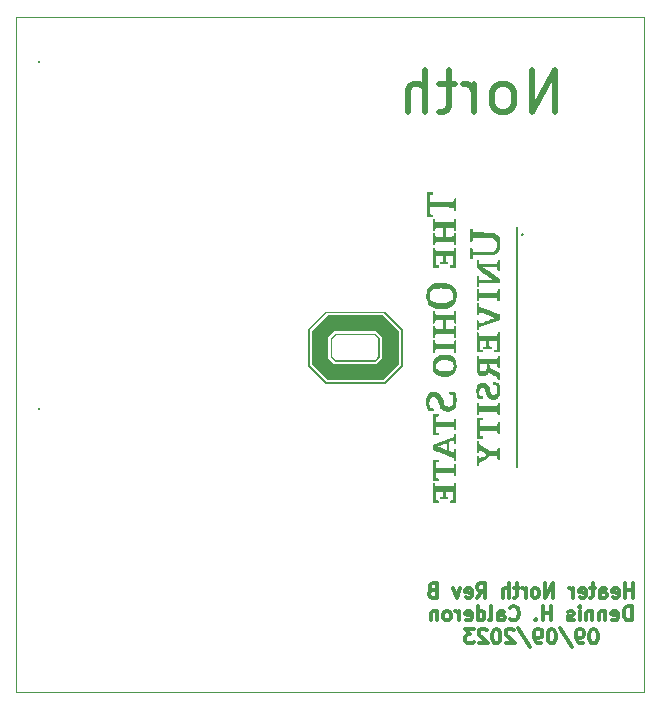
<source format=gbr>
%TF.GenerationSoftware,KiCad,Pcbnew,7.0.7*%
%TF.CreationDate,2023-09-12T23:19:34-05:00*%
%TF.ProjectId,Heater_North_DCT_HSK,48656174-6572-45f4-9e6f-7274685f4443,rev?*%
%TF.SameCoordinates,Original*%
%TF.FileFunction,Legend,Bot*%
%TF.FilePolarity,Positive*%
%FSLAX46Y46*%
G04 Gerber Fmt 4.6, Leading zero omitted, Abs format (unit mm)*
G04 Created by KiCad (PCBNEW 7.0.7) date 2023-09-12 23:19:34*
%MOMM*%
%LPD*%
G01*
G04 APERTURE LIST*
%ADD10C,0.254000*%
%ADD11C,0.500000*%
%ADD12C,0.300000*%
%TA.AperFunction,Profile*%
%ADD13C,0.100000*%
%TD*%
G04 APERTURE END LIST*
D10*
X92600001Y-80150000D02*
G75*
G03*
X92600001Y-80150000I-1J0D01*
G01*
X92610001Y-50750000D02*
G75*
G03*
X92610001Y-50750000I-1J0D01*
G01*
X133540001Y-65380000D02*
G75*
G03*
X133540001Y-65380000I-1J0D01*
G01*
D11*
X136313105Y-54960667D02*
X136313105Y-51460667D01*
X136313105Y-51460667D02*
X134313105Y-54960667D01*
X134313105Y-54960667D02*
X134313105Y-51460667D01*
X132146438Y-54960667D02*
X132479772Y-54794001D01*
X132479772Y-54794001D02*
X132646438Y-54627334D01*
X132646438Y-54627334D02*
X132813105Y-54294001D01*
X132813105Y-54294001D02*
X132813105Y-53294001D01*
X132813105Y-53294001D02*
X132646438Y-52960667D01*
X132646438Y-52960667D02*
X132479772Y-52794001D01*
X132479772Y-52794001D02*
X132146438Y-52627334D01*
X132146438Y-52627334D02*
X131646438Y-52627334D01*
X131646438Y-52627334D02*
X131313105Y-52794001D01*
X131313105Y-52794001D02*
X131146438Y-52960667D01*
X131146438Y-52960667D02*
X130979772Y-53294001D01*
X130979772Y-53294001D02*
X130979772Y-54294001D01*
X130979772Y-54294001D02*
X131146438Y-54627334D01*
X131146438Y-54627334D02*
X131313105Y-54794001D01*
X131313105Y-54794001D02*
X131646438Y-54960667D01*
X131646438Y-54960667D02*
X132146438Y-54960667D01*
X129479771Y-54960667D02*
X129479771Y-52627334D01*
X129479771Y-53294001D02*
X129313105Y-52960667D01*
X129313105Y-52960667D02*
X129146438Y-52794001D01*
X129146438Y-52794001D02*
X128813105Y-52627334D01*
X128813105Y-52627334D02*
X128479771Y-52627334D01*
X127813104Y-52627334D02*
X126479771Y-52627334D01*
X127313104Y-51460667D02*
X127313104Y-54460667D01*
X127313104Y-54460667D02*
X127146438Y-54794001D01*
X127146438Y-54794001D02*
X126813104Y-54960667D01*
X126813104Y-54960667D02*
X126479771Y-54960667D01*
X125313104Y-54960667D02*
X125313104Y-51460667D01*
X123813104Y-54960667D02*
X123813104Y-53127334D01*
X123813104Y-53127334D02*
X123979771Y-52794001D01*
X123979771Y-52794001D02*
X124313104Y-52627334D01*
X124313104Y-52627334D02*
X124813104Y-52627334D01*
X124813104Y-52627334D02*
X125146438Y-52794001D01*
X125146438Y-52794001D02*
X125313104Y-52960667D01*
D12*
X142899998Y-96107542D02*
X142899998Y-94907542D01*
X142899998Y-95478971D02*
X142214284Y-95478971D01*
X142214284Y-96107542D02*
X142214284Y-94907542D01*
X141185712Y-96050400D02*
X141299998Y-96107542D01*
X141299998Y-96107542D02*
X141528570Y-96107542D01*
X141528570Y-96107542D02*
X141642855Y-96050400D01*
X141642855Y-96050400D02*
X141699998Y-95936114D01*
X141699998Y-95936114D02*
X141699998Y-95478971D01*
X141699998Y-95478971D02*
X141642855Y-95364685D01*
X141642855Y-95364685D02*
X141528570Y-95307542D01*
X141528570Y-95307542D02*
X141299998Y-95307542D01*
X141299998Y-95307542D02*
X141185712Y-95364685D01*
X141185712Y-95364685D02*
X141128570Y-95478971D01*
X141128570Y-95478971D02*
X141128570Y-95593257D01*
X141128570Y-95593257D02*
X141699998Y-95707542D01*
X140099999Y-96107542D02*
X140099999Y-95478971D01*
X140099999Y-95478971D02*
X140157141Y-95364685D01*
X140157141Y-95364685D02*
X140271427Y-95307542D01*
X140271427Y-95307542D02*
X140499999Y-95307542D01*
X140499999Y-95307542D02*
X140614284Y-95364685D01*
X140099999Y-96050400D02*
X140214284Y-96107542D01*
X140214284Y-96107542D02*
X140499999Y-96107542D01*
X140499999Y-96107542D02*
X140614284Y-96050400D01*
X140614284Y-96050400D02*
X140671427Y-95936114D01*
X140671427Y-95936114D02*
X140671427Y-95821828D01*
X140671427Y-95821828D02*
X140614284Y-95707542D01*
X140614284Y-95707542D02*
X140499999Y-95650400D01*
X140499999Y-95650400D02*
X140214284Y-95650400D01*
X140214284Y-95650400D02*
X140099999Y-95593257D01*
X139699999Y-95307542D02*
X139242856Y-95307542D01*
X139528570Y-94907542D02*
X139528570Y-95936114D01*
X139528570Y-95936114D02*
X139471427Y-96050400D01*
X139471427Y-96050400D02*
X139357142Y-96107542D01*
X139357142Y-96107542D02*
X139242856Y-96107542D01*
X138385713Y-96050400D02*
X138499999Y-96107542D01*
X138499999Y-96107542D02*
X138728571Y-96107542D01*
X138728571Y-96107542D02*
X138842856Y-96050400D01*
X138842856Y-96050400D02*
X138899999Y-95936114D01*
X138899999Y-95936114D02*
X138899999Y-95478971D01*
X138899999Y-95478971D02*
X138842856Y-95364685D01*
X138842856Y-95364685D02*
X138728571Y-95307542D01*
X138728571Y-95307542D02*
X138499999Y-95307542D01*
X138499999Y-95307542D02*
X138385713Y-95364685D01*
X138385713Y-95364685D02*
X138328571Y-95478971D01*
X138328571Y-95478971D02*
X138328571Y-95593257D01*
X138328571Y-95593257D02*
X138899999Y-95707542D01*
X137814285Y-96107542D02*
X137814285Y-95307542D01*
X137814285Y-95536114D02*
X137757142Y-95421828D01*
X137757142Y-95421828D02*
X137700000Y-95364685D01*
X137700000Y-95364685D02*
X137585714Y-95307542D01*
X137585714Y-95307542D02*
X137471428Y-95307542D01*
X136157142Y-96107542D02*
X136157142Y-94907542D01*
X136157142Y-94907542D02*
X135471428Y-96107542D01*
X135471428Y-96107542D02*
X135471428Y-94907542D01*
X134728571Y-96107542D02*
X134842856Y-96050400D01*
X134842856Y-96050400D02*
X134899999Y-95993257D01*
X134899999Y-95993257D02*
X134957142Y-95878971D01*
X134957142Y-95878971D02*
X134957142Y-95536114D01*
X134957142Y-95536114D02*
X134899999Y-95421828D01*
X134899999Y-95421828D02*
X134842856Y-95364685D01*
X134842856Y-95364685D02*
X134728571Y-95307542D01*
X134728571Y-95307542D02*
X134557142Y-95307542D01*
X134557142Y-95307542D02*
X134442856Y-95364685D01*
X134442856Y-95364685D02*
X134385714Y-95421828D01*
X134385714Y-95421828D02*
X134328571Y-95536114D01*
X134328571Y-95536114D02*
X134328571Y-95878971D01*
X134328571Y-95878971D02*
X134385714Y-95993257D01*
X134385714Y-95993257D02*
X134442856Y-96050400D01*
X134442856Y-96050400D02*
X134557142Y-96107542D01*
X134557142Y-96107542D02*
X134728571Y-96107542D01*
X133814285Y-96107542D02*
X133814285Y-95307542D01*
X133814285Y-95536114D02*
X133757142Y-95421828D01*
X133757142Y-95421828D02*
X133700000Y-95364685D01*
X133700000Y-95364685D02*
X133585714Y-95307542D01*
X133585714Y-95307542D02*
X133471428Y-95307542D01*
X133242857Y-95307542D02*
X132785714Y-95307542D01*
X133071428Y-94907542D02*
X133071428Y-95936114D01*
X133071428Y-95936114D02*
X133014285Y-96050400D01*
X133014285Y-96050400D02*
X132900000Y-96107542D01*
X132900000Y-96107542D02*
X132785714Y-96107542D01*
X132385714Y-96107542D02*
X132385714Y-94907542D01*
X131871429Y-96107542D02*
X131871429Y-95478971D01*
X131871429Y-95478971D02*
X131928571Y-95364685D01*
X131928571Y-95364685D02*
X132042857Y-95307542D01*
X132042857Y-95307542D02*
X132214286Y-95307542D01*
X132214286Y-95307542D02*
X132328571Y-95364685D01*
X132328571Y-95364685D02*
X132385714Y-95421828D01*
X129700000Y-96107542D02*
X130100000Y-95536114D01*
X130385714Y-96107542D02*
X130385714Y-94907542D01*
X130385714Y-94907542D02*
X129928571Y-94907542D01*
X129928571Y-94907542D02*
X129814286Y-94964685D01*
X129814286Y-94964685D02*
X129757143Y-95021828D01*
X129757143Y-95021828D02*
X129700000Y-95136114D01*
X129700000Y-95136114D02*
X129700000Y-95307542D01*
X129700000Y-95307542D02*
X129757143Y-95421828D01*
X129757143Y-95421828D02*
X129814286Y-95478971D01*
X129814286Y-95478971D02*
X129928571Y-95536114D01*
X129928571Y-95536114D02*
X130385714Y-95536114D01*
X128728571Y-96050400D02*
X128842857Y-96107542D01*
X128842857Y-96107542D02*
X129071429Y-96107542D01*
X129071429Y-96107542D02*
X129185714Y-96050400D01*
X129185714Y-96050400D02*
X129242857Y-95936114D01*
X129242857Y-95936114D02*
X129242857Y-95478971D01*
X129242857Y-95478971D02*
X129185714Y-95364685D01*
X129185714Y-95364685D02*
X129071429Y-95307542D01*
X129071429Y-95307542D02*
X128842857Y-95307542D01*
X128842857Y-95307542D02*
X128728571Y-95364685D01*
X128728571Y-95364685D02*
X128671429Y-95478971D01*
X128671429Y-95478971D02*
X128671429Y-95593257D01*
X128671429Y-95593257D02*
X129242857Y-95707542D01*
X128271429Y-95307542D02*
X127985715Y-96107542D01*
X127985715Y-96107542D02*
X127700000Y-95307542D01*
X125928571Y-95478971D02*
X125757143Y-95536114D01*
X125757143Y-95536114D02*
X125700000Y-95593257D01*
X125700000Y-95593257D02*
X125642857Y-95707542D01*
X125642857Y-95707542D02*
X125642857Y-95878971D01*
X125642857Y-95878971D02*
X125700000Y-95993257D01*
X125700000Y-95993257D02*
X125757143Y-96050400D01*
X125757143Y-96050400D02*
X125871428Y-96107542D01*
X125871428Y-96107542D02*
X126328571Y-96107542D01*
X126328571Y-96107542D02*
X126328571Y-94907542D01*
X126328571Y-94907542D02*
X125928571Y-94907542D01*
X125928571Y-94907542D02*
X125814286Y-94964685D01*
X125814286Y-94964685D02*
X125757143Y-95021828D01*
X125757143Y-95021828D02*
X125700000Y-95136114D01*
X125700000Y-95136114D02*
X125700000Y-95250400D01*
X125700000Y-95250400D02*
X125757143Y-95364685D01*
X125757143Y-95364685D02*
X125814286Y-95421828D01*
X125814286Y-95421828D02*
X125928571Y-95478971D01*
X125928571Y-95478971D02*
X126328571Y-95478971D01*
X142785713Y-98039542D02*
X142785713Y-96839542D01*
X142785713Y-96839542D02*
X142499999Y-96839542D01*
X142499999Y-96839542D02*
X142328570Y-96896685D01*
X142328570Y-96896685D02*
X142214285Y-97010971D01*
X142214285Y-97010971D02*
X142157142Y-97125257D01*
X142157142Y-97125257D02*
X142099999Y-97353828D01*
X142099999Y-97353828D02*
X142099999Y-97525257D01*
X142099999Y-97525257D02*
X142157142Y-97753828D01*
X142157142Y-97753828D02*
X142214285Y-97868114D01*
X142214285Y-97868114D02*
X142328570Y-97982400D01*
X142328570Y-97982400D02*
X142499999Y-98039542D01*
X142499999Y-98039542D02*
X142785713Y-98039542D01*
X141128570Y-97982400D02*
X141242856Y-98039542D01*
X141242856Y-98039542D02*
X141471428Y-98039542D01*
X141471428Y-98039542D02*
X141585713Y-97982400D01*
X141585713Y-97982400D02*
X141642856Y-97868114D01*
X141642856Y-97868114D02*
X141642856Y-97410971D01*
X141642856Y-97410971D02*
X141585713Y-97296685D01*
X141585713Y-97296685D02*
X141471428Y-97239542D01*
X141471428Y-97239542D02*
X141242856Y-97239542D01*
X141242856Y-97239542D02*
X141128570Y-97296685D01*
X141128570Y-97296685D02*
X141071428Y-97410971D01*
X141071428Y-97410971D02*
X141071428Y-97525257D01*
X141071428Y-97525257D02*
X141642856Y-97639542D01*
X140557142Y-97239542D02*
X140557142Y-98039542D01*
X140557142Y-97353828D02*
X140499999Y-97296685D01*
X140499999Y-97296685D02*
X140385714Y-97239542D01*
X140385714Y-97239542D02*
X140214285Y-97239542D01*
X140214285Y-97239542D02*
X140099999Y-97296685D01*
X140099999Y-97296685D02*
X140042857Y-97410971D01*
X140042857Y-97410971D02*
X140042857Y-98039542D01*
X139471428Y-97239542D02*
X139471428Y-98039542D01*
X139471428Y-97353828D02*
X139414285Y-97296685D01*
X139414285Y-97296685D02*
X139300000Y-97239542D01*
X139300000Y-97239542D02*
X139128571Y-97239542D01*
X139128571Y-97239542D02*
X139014285Y-97296685D01*
X139014285Y-97296685D02*
X138957143Y-97410971D01*
X138957143Y-97410971D02*
X138957143Y-98039542D01*
X138385714Y-98039542D02*
X138385714Y-97239542D01*
X138385714Y-96839542D02*
X138442857Y-96896685D01*
X138442857Y-96896685D02*
X138385714Y-96953828D01*
X138385714Y-96953828D02*
X138328571Y-96896685D01*
X138328571Y-96896685D02*
X138385714Y-96839542D01*
X138385714Y-96839542D02*
X138385714Y-96953828D01*
X137871428Y-97982400D02*
X137757142Y-98039542D01*
X137757142Y-98039542D02*
X137528571Y-98039542D01*
X137528571Y-98039542D02*
X137414285Y-97982400D01*
X137414285Y-97982400D02*
X137357142Y-97868114D01*
X137357142Y-97868114D02*
X137357142Y-97810971D01*
X137357142Y-97810971D02*
X137414285Y-97696685D01*
X137414285Y-97696685D02*
X137528571Y-97639542D01*
X137528571Y-97639542D02*
X137700000Y-97639542D01*
X137700000Y-97639542D02*
X137814285Y-97582400D01*
X137814285Y-97582400D02*
X137871428Y-97468114D01*
X137871428Y-97468114D02*
X137871428Y-97410971D01*
X137871428Y-97410971D02*
X137814285Y-97296685D01*
X137814285Y-97296685D02*
X137700000Y-97239542D01*
X137700000Y-97239542D02*
X137528571Y-97239542D01*
X137528571Y-97239542D02*
X137414285Y-97296685D01*
X135928570Y-98039542D02*
X135928570Y-96839542D01*
X135928570Y-97410971D02*
X135242856Y-97410971D01*
X135242856Y-98039542D02*
X135242856Y-96839542D01*
X134671427Y-97925257D02*
X134614284Y-97982400D01*
X134614284Y-97982400D02*
X134671427Y-98039542D01*
X134671427Y-98039542D02*
X134728570Y-97982400D01*
X134728570Y-97982400D02*
X134671427Y-97925257D01*
X134671427Y-97925257D02*
X134671427Y-98039542D01*
X132499998Y-97925257D02*
X132557141Y-97982400D01*
X132557141Y-97982400D02*
X132728569Y-98039542D01*
X132728569Y-98039542D02*
X132842855Y-98039542D01*
X132842855Y-98039542D02*
X133014284Y-97982400D01*
X133014284Y-97982400D02*
X133128569Y-97868114D01*
X133128569Y-97868114D02*
X133185712Y-97753828D01*
X133185712Y-97753828D02*
X133242855Y-97525257D01*
X133242855Y-97525257D02*
X133242855Y-97353828D01*
X133242855Y-97353828D02*
X133185712Y-97125257D01*
X133185712Y-97125257D02*
X133128569Y-97010971D01*
X133128569Y-97010971D02*
X133014284Y-96896685D01*
X133014284Y-96896685D02*
X132842855Y-96839542D01*
X132842855Y-96839542D02*
X132728569Y-96839542D01*
X132728569Y-96839542D02*
X132557141Y-96896685D01*
X132557141Y-96896685D02*
X132499998Y-96953828D01*
X131471427Y-98039542D02*
X131471427Y-97410971D01*
X131471427Y-97410971D02*
X131528569Y-97296685D01*
X131528569Y-97296685D02*
X131642855Y-97239542D01*
X131642855Y-97239542D02*
X131871427Y-97239542D01*
X131871427Y-97239542D02*
X131985712Y-97296685D01*
X131471427Y-97982400D02*
X131585712Y-98039542D01*
X131585712Y-98039542D02*
X131871427Y-98039542D01*
X131871427Y-98039542D02*
X131985712Y-97982400D01*
X131985712Y-97982400D02*
X132042855Y-97868114D01*
X132042855Y-97868114D02*
X132042855Y-97753828D01*
X132042855Y-97753828D02*
X131985712Y-97639542D01*
X131985712Y-97639542D02*
X131871427Y-97582400D01*
X131871427Y-97582400D02*
X131585712Y-97582400D01*
X131585712Y-97582400D02*
X131471427Y-97525257D01*
X130728570Y-98039542D02*
X130842855Y-97982400D01*
X130842855Y-97982400D02*
X130899998Y-97868114D01*
X130899998Y-97868114D02*
X130899998Y-96839542D01*
X129757142Y-98039542D02*
X129757142Y-96839542D01*
X129757142Y-97982400D02*
X129871427Y-98039542D01*
X129871427Y-98039542D02*
X130099999Y-98039542D01*
X130099999Y-98039542D02*
X130214284Y-97982400D01*
X130214284Y-97982400D02*
X130271427Y-97925257D01*
X130271427Y-97925257D02*
X130328570Y-97810971D01*
X130328570Y-97810971D02*
X130328570Y-97468114D01*
X130328570Y-97468114D02*
X130271427Y-97353828D01*
X130271427Y-97353828D02*
X130214284Y-97296685D01*
X130214284Y-97296685D02*
X130099999Y-97239542D01*
X130099999Y-97239542D02*
X129871427Y-97239542D01*
X129871427Y-97239542D02*
X129757142Y-97296685D01*
X128728570Y-97982400D02*
X128842856Y-98039542D01*
X128842856Y-98039542D02*
X129071428Y-98039542D01*
X129071428Y-98039542D02*
X129185713Y-97982400D01*
X129185713Y-97982400D02*
X129242856Y-97868114D01*
X129242856Y-97868114D02*
X129242856Y-97410971D01*
X129242856Y-97410971D02*
X129185713Y-97296685D01*
X129185713Y-97296685D02*
X129071428Y-97239542D01*
X129071428Y-97239542D02*
X128842856Y-97239542D01*
X128842856Y-97239542D02*
X128728570Y-97296685D01*
X128728570Y-97296685D02*
X128671428Y-97410971D01*
X128671428Y-97410971D02*
X128671428Y-97525257D01*
X128671428Y-97525257D02*
X129242856Y-97639542D01*
X128157142Y-98039542D02*
X128157142Y-97239542D01*
X128157142Y-97468114D02*
X128099999Y-97353828D01*
X128099999Y-97353828D02*
X128042857Y-97296685D01*
X128042857Y-97296685D02*
X127928571Y-97239542D01*
X127928571Y-97239542D02*
X127814285Y-97239542D01*
X127242857Y-98039542D02*
X127357142Y-97982400D01*
X127357142Y-97982400D02*
X127414285Y-97925257D01*
X127414285Y-97925257D02*
X127471428Y-97810971D01*
X127471428Y-97810971D02*
X127471428Y-97468114D01*
X127471428Y-97468114D02*
X127414285Y-97353828D01*
X127414285Y-97353828D02*
X127357142Y-97296685D01*
X127357142Y-97296685D02*
X127242857Y-97239542D01*
X127242857Y-97239542D02*
X127071428Y-97239542D01*
X127071428Y-97239542D02*
X126957142Y-97296685D01*
X126957142Y-97296685D02*
X126900000Y-97353828D01*
X126900000Y-97353828D02*
X126842857Y-97468114D01*
X126842857Y-97468114D02*
X126842857Y-97810971D01*
X126842857Y-97810971D02*
X126900000Y-97925257D01*
X126900000Y-97925257D02*
X126957142Y-97982400D01*
X126957142Y-97982400D02*
X127071428Y-98039542D01*
X127071428Y-98039542D02*
X127242857Y-98039542D01*
X126328571Y-97239542D02*
X126328571Y-98039542D01*
X126328571Y-97353828D02*
X126271428Y-97296685D01*
X126271428Y-97296685D02*
X126157143Y-97239542D01*
X126157143Y-97239542D02*
X125985714Y-97239542D01*
X125985714Y-97239542D02*
X125871428Y-97296685D01*
X125871428Y-97296685D02*
X125814286Y-97410971D01*
X125814286Y-97410971D02*
X125814286Y-98039542D01*
X139614285Y-98771542D02*
X139499999Y-98771542D01*
X139499999Y-98771542D02*
X139385713Y-98828685D01*
X139385713Y-98828685D02*
X139328571Y-98885828D01*
X139328571Y-98885828D02*
X139271428Y-99000114D01*
X139271428Y-99000114D02*
X139214285Y-99228685D01*
X139214285Y-99228685D02*
X139214285Y-99514400D01*
X139214285Y-99514400D02*
X139271428Y-99742971D01*
X139271428Y-99742971D02*
X139328571Y-99857257D01*
X139328571Y-99857257D02*
X139385713Y-99914400D01*
X139385713Y-99914400D02*
X139499999Y-99971542D01*
X139499999Y-99971542D02*
X139614285Y-99971542D01*
X139614285Y-99971542D02*
X139728571Y-99914400D01*
X139728571Y-99914400D02*
X139785713Y-99857257D01*
X139785713Y-99857257D02*
X139842856Y-99742971D01*
X139842856Y-99742971D02*
X139899999Y-99514400D01*
X139899999Y-99514400D02*
X139899999Y-99228685D01*
X139899999Y-99228685D02*
X139842856Y-99000114D01*
X139842856Y-99000114D02*
X139785713Y-98885828D01*
X139785713Y-98885828D02*
X139728571Y-98828685D01*
X139728571Y-98828685D02*
X139614285Y-98771542D01*
X138642856Y-99971542D02*
X138414285Y-99971542D01*
X138414285Y-99971542D02*
X138299999Y-99914400D01*
X138299999Y-99914400D02*
X138242856Y-99857257D01*
X138242856Y-99857257D02*
X138128571Y-99685828D01*
X138128571Y-99685828D02*
X138071428Y-99457257D01*
X138071428Y-99457257D02*
X138071428Y-99000114D01*
X138071428Y-99000114D02*
X138128571Y-98885828D01*
X138128571Y-98885828D02*
X138185714Y-98828685D01*
X138185714Y-98828685D02*
X138299999Y-98771542D01*
X138299999Y-98771542D02*
X138528571Y-98771542D01*
X138528571Y-98771542D02*
X138642856Y-98828685D01*
X138642856Y-98828685D02*
X138699999Y-98885828D01*
X138699999Y-98885828D02*
X138757142Y-99000114D01*
X138757142Y-99000114D02*
X138757142Y-99285828D01*
X138757142Y-99285828D02*
X138699999Y-99400114D01*
X138699999Y-99400114D02*
X138642856Y-99457257D01*
X138642856Y-99457257D02*
X138528571Y-99514400D01*
X138528571Y-99514400D02*
X138299999Y-99514400D01*
X138299999Y-99514400D02*
X138185714Y-99457257D01*
X138185714Y-99457257D02*
X138128571Y-99400114D01*
X138128571Y-99400114D02*
X138071428Y-99285828D01*
X136699999Y-98714400D02*
X137728571Y-100257257D01*
X136071428Y-98771542D02*
X135957142Y-98771542D01*
X135957142Y-98771542D02*
X135842856Y-98828685D01*
X135842856Y-98828685D02*
X135785714Y-98885828D01*
X135785714Y-98885828D02*
X135728571Y-99000114D01*
X135728571Y-99000114D02*
X135671428Y-99228685D01*
X135671428Y-99228685D02*
X135671428Y-99514400D01*
X135671428Y-99514400D02*
X135728571Y-99742971D01*
X135728571Y-99742971D02*
X135785714Y-99857257D01*
X135785714Y-99857257D02*
X135842856Y-99914400D01*
X135842856Y-99914400D02*
X135957142Y-99971542D01*
X135957142Y-99971542D02*
X136071428Y-99971542D01*
X136071428Y-99971542D02*
X136185714Y-99914400D01*
X136185714Y-99914400D02*
X136242856Y-99857257D01*
X136242856Y-99857257D02*
X136299999Y-99742971D01*
X136299999Y-99742971D02*
X136357142Y-99514400D01*
X136357142Y-99514400D02*
X136357142Y-99228685D01*
X136357142Y-99228685D02*
X136299999Y-99000114D01*
X136299999Y-99000114D02*
X136242856Y-98885828D01*
X136242856Y-98885828D02*
X136185714Y-98828685D01*
X136185714Y-98828685D02*
X136071428Y-98771542D01*
X135099999Y-99971542D02*
X134871428Y-99971542D01*
X134871428Y-99971542D02*
X134757142Y-99914400D01*
X134757142Y-99914400D02*
X134699999Y-99857257D01*
X134699999Y-99857257D02*
X134585714Y-99685828D01*
X134585714Y-99685828D02*
X134528571Y-99457257D01*
X134528571Y-99457257D02*
X134528571Y-99000114D01*
X134528571Y-99000114D02*
X134585714Y-98885828D01*
X134585714Y-98885828D02*
X134642857Y-98828685D01*
X134642857Y-98828685D02*
X134757142Y-98771542D01*
X134757142Y-98771542D02*
X134985714Y-98771542D01*
X134985714Y-98771542D02*
X135099999Y-98828685D01*
X135099999Y-98828685D02*
X135157142Y-98885828D01*
X135157142Y-98885828D02*
X135214285Y-99000114D01*
X135214285Y-99000114D02*
X135214285Y-99285828D01*
X135214285Y-99285828D02*
X135157142Y-99400114D01*
X135157142Y-99400114D02*
X135099999Y-99457257D01*
X135099999Y-99457257D02*
X134985714Y-99514400D01*
X134985714Y-99514400D02*
X134757142Y-99514400D01*
X134757142Y-99514400D02*
X134642857Y-99457257D01*
X134642857Y-99457257D02*
X134585714Y-99400114D01*
X134585714Y-99400114D02*
X134528571Y-99285828D01*
X133157142Y-98714400D02*
X134185714Y-100257257D01*
X132814285Y-98885828D02*
X132757142Y-98828685D01*
X132757142Y-98828685D02*
X132642857Y-98771542D01*
X132642857Y-98771542D02*
X132357142Y-98771542D01*
X132357142Y-98771542D02*
X132242857Y-98828685D01*
X132242857Y-98828685D02*
X132185714Y-98885828D01*
X132185714Y-98885828D02*
X132128571Y-99000114D01*
X132128571Y-99000114D02*
X132128571Y-99114400D01*
X132128571Y-99114400D02*
X132185714Y-99285828D01*
X132185714Y-99285828D02*
X132871428Y-99971542D01*
X132871428Y-99971542D02*
X132128571Y-99971542D01*
X131385714Y-98771542D02*
X131271428Y-98771542D01*
X131271428Y-98771542D02*
X131157142Y-98828685D01*
X131157142Y-98828685D02*
X131100000Y-98885828D01*
X131100000Y-98885828D02*
X131042857Y-99000114D01*
X131042857Y-99000114D02*
X130985714Y-99228685D01*
X130985714Y-99228685D02*
X130985714Y-99514400D01*
X130985714Y-99514400D02*
X131042857Y-99742971D01*
X131042857Y-99742971D02*
X131100000Y-99857257D01*
X131100000Y-99857257D02*
X131157142Y-99914400D01*
X131157142Y-99914400D02*
X131271428Y-99971542D01*
X131271428Y-99971542D02*
X131385714Y-99971542D01*
X131385714Y-99971542D02*
X131500000Y-99914400D01*
X131500000Y-99914400D02*
X131557142Y-99857257D01*
X131557142Y-99857257D02*
X131614285Y-99742971D01*
X131614285Y-99742971D02*
X131671428Y-99514400D01*
X131671428Y-99514400D02*
X131671428Y-99228685D01*
X131671428Y-99228685D02*
X131614285Y-99000114D01*
X131614285Y-99000114D02*
X131557142Y-98885828D01*
X131557142Y-98885828D02*
X131500000Y-98828685D01*
X131500000Y-98828685D02*
X131385714Y-98771542D01*
X130528571Y-98885828D02*
X130471428Y-98828685D01*
X130471428Y-98828685D02*
X130357143Y-98771542D01*
X130357143Y-98771542D02*
X130071428Y-98771542D01*
X130071428Y-98771542D02*
X129957143Y-98828685D01*
X129957143Y-98828685D02*
X129900000Y-98885828D01*
X129900000Y-98885828D02*
X129842857Y-99000114D01*
X129842857Y-99000114D02*
X129842857Y-99114400D01*
X129842857Y-99114400D02*
X129900000Y-99285828D01*
X129900000Y-99285828D02*
X130585714Y-99971542D01*
X130585714Y-99971542D02*
X129842857Y-99971542D01*
X129442857Y-98771542D02*
X128700000Y-98771542D01*
X128700000Y-98771542D02*
X129100000Y-99228685D01*
X129100000Y-99228685D02*
X128928571Y-99228685D01*
X128928571Y-99228685D02*
X128814286Y-99285828D01*
X128814286Y-99285828D02*
X128757143Y-99342971D01*
X128757143Y-99342971D02*
X128700000Y-99457257D01*
X128700000Y-99457257D02*
X128700000Y-99742971D01*
X128700000Y-99742971D02*
X128757143Y-99857257D01*
X128757143Y-99857257D02*
X128814286Y-99914400D01*
X128814286Y-99914400D02*
X128928571Y-99971542D01*
X128928571Y-99971542D02*
X129271428Y-99971542D01*
X129271428Y-99971542D02*
X129385714Y-99914400D01*
X129385714Y-99914400D02*
X129442857Y-99857257D01*
%TO.C,G\u002A\u002A\u002A*%
G36*
X133135078Y-85129535D02*
G01*
X132987403Y-85129535D01*
X132987403Y-64750465D01*
X133135078Y-64750465D01*
X133135078Y-85129535D01*
G37*
G36*
X126514341Y-84630929D02*
G01*
X126366667Y-84647636D01*
X126218992Y-84664344D01*
X126218992Y-85104923D01*
X127717904Y-85104923D01*
X127734612Y-84957248D01*
X127751319Y-84809574D01*
X127941860Y-84809574D01*
X127941860Y-85843295D01*
X127751319Y-85843295D01*
X127734612Y-85695620D01*
X127717904Y-85547946D01*
X126218992Y-85547946D01*
X126218992Y-85988525D01*
X126366667Y-86005232D01*
X126514341Y-86021940D01*
X126514341Y-86212481D01*
X125972868Y-86212481D01*
X125972868Y-84440388D01*
X126514341Y-84440388D01*
X126514341Y-84630929D01*
G37*
G36*
X129873934Y-70140582D02*
G01*
X129891074Y-70288256D01*
X131409193Y-70288256D01*
X131424845Y-70171347D01*
X131432175Y-70118553D01*
X131445830Y-70047933D01*
X131464732Y-70010408D01*
X131496014Y-69995543D01*
X131546805Y-69992907D01*
X131633721Y-69992907D01*
X131633721Y-71029600D01*
X131541424Y-71021961D01*
X131530434Y-71021041D01*
X131482985Y-71014001D01*
X131456310Y-70995139D01*
X131441058Y-70952168D01*
X131427875Y-70872801D01*
X131406622Y-70731279D01*
X129891074Y-70731279D01*
X129873934Y-70878954D01*
X129856795Y-71026628D01*
X129664729Y-71026628D01*
X129664729Y-69992907D01*
X129856795Y-69992907D01*
X129873934Y-70140582D01*
G37*
G36*
X121160340Y-72183411D02*
G01*
X121726899Y-72183411D01*
X123068605Y-73524451D01*
X123068605Y-76353114D01*
X122410830Y-77012545D01*
X121753056Y-77671977D01*
X117051208Y-77671977D01*
X116392658Y-77013766D01*
X115734109Y-76355555D01*
X115734109Y-75789968D01*
X117087791Y-75789968D01*
X117352776Y-76054131D01*
X117617761Y-76318295D01*
X121186635Y-76318295D01*
X121438473Y-76065597D01*
X121690310Y-75812900D01*
X121690310Y-74065420D01*
X121425325Y-73801257D01*
X121160340Y-73537093D01*
X117640767Y-73537093D01*
X117364279Y-73814368D01*
X117087791Y-74091642D01*
X117087791Y-75789968D01*
X115734109Y-75789968D01*
X115734109Y-73525117D01*
X117075149Y-72183411D01*
X121160340Y-72183411D01*
G37*
G36*
X121036757Y-73758605D02*
G01*
X121086278Y-73758605D01*
X121289844Y-73961114D01*
X121493411Y-74163623D01*
X121493411Y-75718865D01*
X121081015Y-76121395D01*
X117721699Y-76121395D01*
X117515500Y-75920130D01*
X117309302Y-75718865D01*
X117309302Y-75642774D01*
X117432364Y-75642774D01*
X117599116Y-75808247D01*
X117765867Y-75973721D01*
X121039503Y-75973721D01*
X121192620Y-75819231D01*
X121345736Y-75664742D01*
X121345736Y-74212512D01*
X121191247Y-74059396D01*
X121036757Y-73906279D01*
X117763312Y-73906279D01*
X117597838Y-74073031D01*
X117432364Y-74239782D01*
X117432364Y-75642774D01*
X117309302Y-75642774D01*
X117309302Y-74165738D01*
X117511811Y-73962171D01*
X117714320Y-73758605D01*
X121036757Y-73758605D01*
G37*
G36*
X119376593Y-71888986D02*
G01*
X121800758Y-71889884D01*
X121874903Y-71889911D01*
X122631734Y-72630185D01*
X123388566Y-73370460D01*
X123388566Y-76477982D01*
X122631883Y-77234960D01*
X121875201Y-77991938D01*
X116890379Y-77991938D01*
X116139957Y-77250103D01*
X115389535Y-76508269D01*
X115389535Y-76453981D01*
X115537209Y-76453981D01*
X116249042Y-77165496D01*
X116960874Y-77877011D01*
X121825678Y-77843761D01*
X122533285Y-77136565D01*
X123240891Y-76429369D01*
X123240891Y-73450637D01*
X122520825Y-72730881D01*
X121800758Y-72011124D01*
X116952104Y-72011124D01*
X116244657Y-72718887D01*
X115537209Y-73426650D01*
X115537209Y-76453981D01*
X115389535Y-76453981D01*
X115389535Y-73377410D01*
X116878283Y-71888062D01*
X119376593Y-71888986D01*
G37*
G36*
X130206202Y-81063655D02*
G01*
X130058527Y-81080795D01*
X129910853Y-81097934D01*
X129910853Y-81536124D01*
X131406622Y-81536124D01*
X131427875Y-81394603D01*
X131430412Y-81377753D01*
X131443285Y-81305553D01*
X131459842Y-81267625D01*
X131489437Y-81251684D01*
X131541424Y-81245443D01*
X131633721Y-81237804D01*
X131633721Y-82277468D01*
X131541424Y-82269829D01*
X131530434Y-82268909D01*
X131482985Y-82261869D01*
X131456310Y-82243007D01*
X131441058Y-82200036D01*
X131427875Y-82120669D01*
X131406622Y-81979147D01*
X129910853Y-81979147D01*
X129910853Y-82419726D01*
X130058527Y-82436434D01*
X130206202Y-82453141D01*
X130206202Y-82643682D01*
X129664729Y-82643682D01*
X129664729Y-80871589D01*
X130206202Y-80871589D01*
X130206202Y-81063655D01*
G37*
G36*
X131633721Y-80653049D02*
G01*
X131541424Y-80645410D01*
X131530046Y-80644457D01*
X131482804Y-80637398D01*
X131456234Y-80618464D01*
X131441014Y-80575387D01*
X131427823Y-80495899D01*
X131406517Y-80354026D01*
X130652532Y-80360530D01*
X129898547Y-80367035D01*
X129876104Y-80508556D01*
X129853661Y-80650078D01*
X129663730Y-80650078D01*
X129670382Y-80139370D01*
X129677035Y-79628663D01*
X129763178Y-79628663D01*
X129773229Y-79628674D01*
X129817638Y-79631825D01*
X129842767Y-79648688D01*
X129857464Y-79690922D01*
X129870575Y-79770184D01*
X129891828Y-79911706D01*
X131409193Y-79911706D01*
X131424845Y-79794797D01*
X131432175Y-79742003D01*
X131445830Y-79671383D01*
X131464732Y-79633857D01*
X131496014Y-79618993D01*
X131546805Y-79616357D01*
X131633721Y-79616357D01*
X131633721Y-80653049D01*
G37*
G36*
X127941860Y-75358411D02*
G01*
X127751818Y-75358411D01*
X127737173Y-75234763D01*
X127731308Y-75191299D01*
X127719005Y-75124009D01*
X127707680Y-75087088D01*
X127684421Y-75080778D01*
X127614831Y-75074692D01*
X127502599Y-75069768D01*
X127351203Y-75066116D01*
X127164120Y-75063844D01*
X126944828Y-75063062D01*
X126196824Y-75063062D01*
X126180117Y-75210737D01*
X126163409Y-75358411D01*
X125972868Y-75358411D01*
X125972868Y-74321719D01*
X126065165Y-74329357D01*
X126076155Y-74330278D01*
X126123605Y-74337317D01*
X126150279Y-74356179D01*
X126165531Y-74399150D01*
X126178714Y-74478518D01*
X126199967Y-74620039D01*
X127714761Y-74620039D01*
X127736014Y-74478518D01*
X127738552Y-74461668D01*
X127751424Y-74389467D01*
X127767981Y-74351540D01*
X127797577Y-74335599D01*
X127849564Y-74329357D01*
X127941860Y-74321719D01*
X127941860Y-75358411D01*
G37*
G36*
X126514341Y-80648962D02*
G01*
X126514195Y-80671908D01*
X126507707Y-80723875D01*
X126481534Y-80748095D01*
X126422045Y-80761136D01*
X126362490Y-80770430D01*
X126287072Y-80784450D01*
X126243923Y-80804353D01*
X126224133Y-80840946D01*
X126218793Y-80905035D01*
X126218992Y-81007426D01*
X126218992Y-81216163D01*
X127716807Y-81216163D01*
X127733720Y-81080795D01*
X127750633Y-80945426D01*
X127941860Y-80945426D01*
X127941860Y-81954535D01*
X127750633Y-81954535D01*
X127716807Y-81683799D01*
X126218992Y-81683799D01*
X126218992Y-81893776D01*
X126218950Y-81943133D01*
X126221052Y-82030299D01*
X126232372Y-82083042D01*
X126260489Y-82111767D01*
X126312983Y-82126884D01*
X126397432Y-82138799D01*
X126514341Y-82154450D01*
X126514341Y-82348333D01*
X125972868Y-82348333D01*
X125972868Y-80551628D01*
X126514341Y-80551628D01*
X126514341Y-80648962D01*
G37*
G36*
X126065165Y-86389435D02*
G01*
X126076155Y-86390355D01*
X126123605Y-86397394D01*
X126150279Y-86416256D01*
X126165531Y-86459228D01*
X126178714Y-86538595D01*
X126199967Y-86680116D01*
X127717904Y-86680116D01*
X127734612Y-86532442D01*
X127751319Y-86384768D01*
X127941860Y-86384768D01*
X127941860Y-88083023D01*
X127425000Y-88083023D01*
X127425000Y-87889879D01*
X127554215Y-87869339D01*
X127683430Y-87848798D01*
X127697052Y-87123140D01*
X127031202Y-87123140D01*
X127031202Y-87584434D01*
X127154264Y-87600758D01*
X127216688Y-87610040D01*
X127258754Y-87624361D01*
X127274777Y-87651681D01*
X127277326Y-87702379D01*
X127277326Y-87787675D01*
X126538953Y-87787675D01*
X126538953Y-87704993D01*
X126540891Y-87660857D01*
X126554951Y-87631679D01*
X126593317Y-87614810D01*
X126668169Y-87600390D01*
X126797384Y-87578469D01*
X126804460Y-87350804D01*
X126811537Y-87123140D01*
X126217676Y-87123140D01*
X126231298Y-87848798D01*
X126360514Y-87869339D01*
X126489729Y-87889879D01*
X126489729Y-88083023D01*
X125972868Y-88083023D01*
X125972868Y-86381796D01*
X126065165Y-86389435D01*
G37*
G36*
X127941860Y-68171589D02*
G01*
X127425000Y-68171589D01*
X127425000Y-67978232D01*
X127695736Y-67944406D01*
X127695736Y-67211706D01*
X127031202Y-67211706D01*
X127031202Y-67674722D01*
X127154264Y-67691647D01*
X127215587Y-67701058D01*
X127258260Y-67715518D01*
X127274653Y-67742540D01*
X127277326Y-67792407D01*
X127277326Y-67876240D01*
X126535835Y-67876240D01*
X126543547Y-67797429D01*
X126547713Y-67766410D01*
X126563334Y-67731773D01*
X126601127Y-67710721D01*
X126674322Y-67692653D01*
X126797384Y-67666687D01*
X126797384Y-67224012D01*
X126508188Y-67217078D01*
X126218992Y-67210143D01*
X126218992Y-67944406D01*
X126354360Y-67961319D01*
X126489729Y-67978232D01*
X126489729Y-68171589D01*
X125972868Y-68171589D01*
X125972868Y-66470362D01*
X126065165Y-66478001D01*
X126076155Y-66478921D01*
X126123605Y-66485960D01*
X126150279Y-66504822D01*
X126165531Y-66547794D01*
X126178714Y-66627161D01*
X126199967Y-66768682D01*
X127714761Y-66768682D01*
X127736014Y-66627161D01*
X127738552Y-66610311D01*
X127751424Y-66538111D01*
X127767981Y-66500183D01*
X127797577Y-66484242D01*
X127849564Y-66478001D01*
X127941860Y-66470362D01*
X127941860Y-68171589D01*
G37*
G36*
X131633721Y-75333799D02*
G01*
X131116860Y-75333799D01*
X131116860Y-75140441D01*
X131252229Y-75123528D01*
X131387597Y-75106615D01*
X131387597Y-74373915D01*
X130723062Y-74373915D01*
X130723062Y-74839855D01*
X130846124Y-74856180D01*
X130907068Y-74865225D01*
X130949959Y-74879410D01*
X130966475Y-74906113D01*
X130969186Y-74955477D01*
X130969186Y-75038450D01*
X130227695Y-75038450D01*
X130235408Y-74959639D01*
X130239574Y-74928619D01*
X130255194Y-74893983D01*
X130292987Y-74872930D01*
X130366182Y-74854862D01*
X130489244Y-74828897D01*
X130489244Y-74386221D01*
X130200048Y-74379287D01*
X129910853Y-74372353D01*
X129910853Y-75106615D01*
X130181589Y-75140441D01*
X130181589Y-75333799D01*
X129664082Y-75333799D01*
X129670559Y-74490824D01*
X129677035Y-73647849D01*
X129763178Y-73647849D01*
X129773229Y-73647860D01*
X129817638Y-73651011D01*
X129842767Y-73667874D01*
X129857464Y-73710108D01*
X129870575Y-73789370D01*
X129891828Y-73930892D01*
X131409193Y-73930892D01*
X131424845Y-73813983D01*
X131432175Y-73761189D01*
X131445830Y-73690569D01*
X131464732Y-73653043D01*
X131496014Y-73638179D01*
X131546805Y-73635543D01*
X131633721Y-73635543D01*
X131633721Y-75333799D01*
G37*
G36*
X129889400Y-83108258D02*
G01*
X130797092Y-83702016D01*
X131406622Y-83702016D01*
X131427875Y-83560494D01*
X131430412Y-83543644D01*
X131443285Y-83471444D01*
X131459842Y-83433517D01*
X131489437Y-83417576D01*
X131541424Y-83411334D01*
X131633721Y-83403695D01*
X131633721Y-84440388D01*
X131546805Y-84440388D01*
X131517725Y-84439910D01*
X131477889Y-84432268D01*
X131453885Y-84407016D01*
X131438580Y-84353720D01*
X131424845Y-84261948D01*
X131409193Y-84145039D01*
X130771773Y-84145039D01*
X130330636Y-84429221D01*
X129889498Y-84713403D01*
X129855956Y-84981861D01*
X129664729Y-84981861D01*
X129664729Y-84120426D01*
X129853661Y-84120426D01*
X129876104Y-84255544D01*
X129898547Y-84390661D01*
X130156977Y-84228889D01*
X130260849Y-84163803D01*
X130355675Y-84104267D01*
X130429656Y-84057694D01*
X130472346Y-84030650D01*
X130481228Y-84024826D01*
X130497710Y-84009957D01*
X130498252Y-83993092D01*
X130477728Y-83969356D01*
X130431016Y-83933871D01*
X130352991Y-83881763D01*
X130238528Y-83808154D01*
X130204448Y-83786398D01*
X130100412Y-83720618D01*
X130012568Y-83666004D01*
X129949304Y-83627732D01*
X129919010Y-83610980D01*
X129908106Y-83612731D01*
X129888688Y-83651993D01*
X129873102Y-83737070D01*
X129855956Y-83874302D01*
X129664729Y-83874302D01*
X129664729Y-82840582D01*
X129855956Y-82840582D01*
X129889400Y-83108258D01*
G37*
G36*
X131633721Y-68420685D02*
G01*
X131541424Y-68413046D01*
X131530434Y-68412126D01*
X131482985Y-68405086D01*
X131456310Y-68386224D01*
X131441058Y-68343253D01*
X131427875Y-68263886D01*
X131406622Y-68122364D01*
X130824871Y-68123250D01*
X130243120Y-68124135D01*
X130312912Y-68181233D01*
X130322911Y-68189066D01*
X130374296Y-68227211D01*
X130458198Y-68288085D01*
X130569025Y-68367683D01*
X130701187Y-68461997D01*
X130849093Y-68567021D01*
X131007153Y-68678749D01*
X131631601Y-69119167D01*
X131633721Y-69476047D01*
X129891074Y-69476047D01*
X129873934Y-69623721D01*
X129856795Y-69771395D01*
X129664729Y-69771395D01*
X129664729Y-68885349D01*
X129856795Y-68885349D01*
X129873934Y-69033023D01*
X129891074Y-69180698D01*
X131004752Y-69180698D01*
X130841652Y-69063789D01*
X130803123Y-69036158D01*
X130715206Y-68973071D01*
X130600189Y-68890507D01*
X130465915Y-68794097D01*
X130320223Y-68689471D01*
X130170956Y-68582258D01*
X129663360Y-68217637D01*
X129670198Y-67880805D01*
X129677035Y-67543973D01*
X129763178Y-67543973D01*
X129773229Y-67543984D01*
X129817638Y-67547135D01*
X129842767Y-67563998D01*
X129857464Y-67606232D01*
X129870575Y-67685494D01*
X129891828Y-67827016D01*
X131409193Y-67827016D01*
X131424845Y-67710107D01*
X131432175Y-67657313D01*
X131445830Y-67586693D01*
X131464732Y-67549167D01*
X131496014Y-67534303D01*
X131546805Y-67531667D01*
X131633721Y-67531667D01*
X131633721Y-68420685D01*
G37*
G36*
X129898547Y-71476499D02*
G01*
X130723062Y-71787890D01*
X130898496Y-71854155D01*
X131078501Y-71922168D01*
X131240078Y-71983239D01*
X131377703Y-72035280D01*
X131485850Y-72076202D01*
X131558995Y-72103916D01*
X131591613Y-72116331D01*
X131601224Y-72120828D01*
X131618771Y-72139543D01*
X131628095Y-72176946D01*
X131630811Y-72243176D01*
X131628532Y-72348375D01*
X131621415Y-72563369D01*
X129898547Y-73209161D01*
X129876104Y-73348515D01*
X129853661Y-73487868D01*
X129663566Y-73487868D01*
X129670301Y-73063304D01*
X129677035Y-72638740D01*
X129761854Y-72638740D01*
X129762885Y-72638741D01*
X129811149Y-72641306D01*
X129839129Y-72656844D01*
X129856534Y-72697173D01*
X129873074Y-72774109D01*
X129886442Y-72830673D01*
X129906236Y-72885612D01*
X129923623Y-72905120D01*
X129932250Y-72902869D01*
X129982200Y-72886450D01*
X130066728Y-72856807D01*
X130178483Y-72816667D01*
X130310114Y-72768758D01*
X130454271Y-72715805D01*
X130603603Y-72660535D01*
X130750758Y-72605675D01*
X130888388Y-72553951D01*
X131009139Y-72508089D01*
X131105663Y-72470817D01*
X131170607Y-72444860D01*
X131196622Y-72432945D01*
X131184009Y-72424436D01*
X131132246Y-72400860D01*
X131047160Y-72365225D01*
X130935759Y-72320221D01*
X130805049Y-72268537D01*
X130662039Y-72212862D01*
X130513734Y-72155886D01*
X130367142Y-72100297D01*
X130229269Y-72048784D01*
X130107124Y-72004038D01*
X130007713Y-71968747D01*
X129938043Y-71945600D01*
X129905121Y-71937287D01*
X129897251Y-71949486D01*
X129884627Y-71998655D01*
X129872869Y-72072655D01*
X129855956Y-72208023D01*
X129664729Y-72208023D01*
X129664729Y-71198915D01*
X129853661Y-71198915D01*
X129898547Y-71476499D01*
G37*
G36*
X125997481Y-61894958D02*
G01*
X125997488Y-61903453D01*
X125995871Y-61950757D01*
X125984424Y-61980660D01*
X125953480Y-61999615D01*
X125893370Y-62014074D01*
X125794428Y-62030492D01*
X125702132Y-62045331D01*
X125702132Y-62609186D01*
X126697276Y-62609186D01*
X126761625Y-62609208D01*
X127000107Y-62609564D01*
X127194952Y-62609727D01*
X127350658Y-62608867D01*
X127471723Y-62606157D01*
X127562647Y-62600768D01*
X127627927Y-62591871D01*
X127672063Y-62578638D01*
X127699552Y-62560241D01*
X127714894Y-62535852D01*
X127722587Y-62504640D01*
X127727130Y-62465779D01*
X127733020Y-62418440D01*
X127739458Y-62379665D01*
X127754463Y-62334035D01*
X127784961Y-62316622D01*
X127845574Y-62313837D01*
X127941860Y-62313837D01*
X127941860Y-63372171D01*
X127845574Y-63372171D01*
X127809813Y-63371728D01*
X127766475Y-63363137D01*
X127745751Y-63332946D01*
X127733020Y-63267568D01*
X127731240Y-63255367D01*
X127726084Y-63210142D01*
X127721195Y-63173196D01*
X127712074Y-63143700D01*
X127694222Y-63120827D01*
X127663141Y-63103748D01*
X127614332Y-63091633D01*
X127543297Y-63083656D01*
X127445536Y-63078986D01*
X127316553Y-63076797D01*
X127151847Y-63076258D01*
X126946921Y-63076543D01*
X126697276Y-63076822D01*
X125702132Y-63076822D01*
X125702132Y-63359396D01*
X125701880Y-63428473D01*
X125702172Y-63528944D01*
X125708283Y-63593954D01*
X125725926Y-63632510D01*
X125760816Y-63653618D01*
X125818664Y-63666287D01*
X125905184Y-63679523D01*
X125926919Y-63683171D01*
X125975208Y-63697778D01*
X125994185Y-63728430D01*
X125997481Y-63791697D01*
X125997481Y-63889031D01*
X125431395Y-63889031D01*
X125431395Y-61796977D01*
X125997481Y-61796977D01*
X125997481Y-61894958D01*
G37*
G36*
X126065165Y-64041373D02*
G01*
X126076155Y-64042293D01*
X126123605Y-64049332D01*
X126150279Y-64068194D01*
X126165531Y-64111166D01*
X126178714Y-64190533D01*
X126199967Y-64332054D01*
X127717904Y-64332054D01*
X127734612Y-64184380D01*
X127751319Y-64036706D01*
X127941860Y-64036706D01*
X127941860Y-65073398D01*
X127849564Y-65065759D01*
X127838574Y-65064839D01*
X127791124Y-65057800D01*
X127764450Y-65038938D01*
X127749198Y-64995966D01*
X127736014Y-64916599D01*
X127714761Y-64775078D01*
X127031202Y-64775078D01*
X127031202Y-65538062D01*
X127362016Y-65538062D01*
X127380136Y-65538030D01*
X127506071Y-65535876D01*
X127608310Y-65530765D01*
X127678348Y-65523288D01*
X127707680Y-65514036D01*
X127713603Y-65498473D01*
X127725929Y-65442448D01*
X127737173Y-65366362D01*
X127751818Y-65242713D01*
X127941860Y-65242713D01*
X127941860Y-66279406D01*
X127849564Y-66271767D01*
X127838574Y-66270847D01*
X127791124Y-66263807D01*
X127764450Y-66244945D01*
X127749198Y-66201974D01*
X127736014Y-66122607D01*
X127714761Y-65981085D01*
X126199967Y-65981085D01*
X126178714Y-66122607D01*
X126176177Y-66139457D01*
X126163305Y-66211657D01*
X126146747Y-66249584D01*
X126117152Y-66265525D01*
X126065165Y-66271767D01*
X125972868Y-66279406D01*
X125972868Y-65239742D01*
X126065165Y-65247381D01*
X126076155Y-65248301D01*
X126123605Y-65255340D01*
X126150279Y-65274202D01*
X126165531Y-65317173D01*
X126178714Y-65396541D01*
X126199967Y-65538062D01*
X126785078Y-65538062D01*
X126785078Y-64775078D01*
X126199967Y-64775078D01*
X126178714Y-64916599D01*
X126176177Y-64933449D01*
X126163305Y-65005649D01*
X126146747Y-65043577D01*
X126117152Y-65059518D01*
X126065165Y-65065759D01*
X125972868Y-65073398D01*
X125972868Y-64033734D01*
X126065165Y-64041373D01*
G37*
G36*
X126065165Y-71868117D02*
G01*
X126076155Y-71869037D01*
X126123605Y-71876077D01*
X126150279Y-71894939D01*
X126165531Y-71937910D01*
X126178714Y-72017277D01*
X126199967Y-72158799D01*
X127717904Y-72158799D01*
X127734612Y-72011124D01*
X127751319Y-71863450D01*
X127941860Y-71863450D01*
X127941860Y-72900142D01*
X127849564Y-72892503D01*
X127838574Y-72891583D01*
X127791124Y-72884544D01*
X127764450Y-72865682D01*
X127749198Y-72822711D01*
X127736014Y-72743343D01*
X127714761Y-72601822D01*
X127031202Y-72601822D01*
X127031202Y-73364806D01*
X127362016Y-73364806D01*
X127380136Y-73364774D01*
X127506071Y-73362620D01*
X127608310Y-73357509D01*
X127678348Y-73350032D01*
X127707680Y-73340780D01*
X127713603Y-73325217D01*
X127725929Y-73269192D01*
X127737173Y-73193106D01*
X127751818Y-73069457D01*
X127941860Y-73069457D01*
X127941860Y-74106150D01*
X127849564Y-74098511D01*
X127838574Y-74097591D01*
X127791124Y-74090552D01*
X127764450Y-74071690D01*
X127749198Y-74028718D01*
X127736014Y-73949351D01*
X127714761Y-73807830D01*
X126199967Y-73807830D01*
X126178714Y-73949351D01*
X126176177Y-73966201D01*
X126163305Y-74038401D01*
X126146747Y-74076329D01*
X126117152Y-74092270D01*
X126065165Y-74098511D01*
X125972868Y-74106150D01*
X125972868Y-73066486D01*
X126063976Y-73074125D01*
X126065110Y-73074220D01*
X126116923Y-73081072D01*
X126146666Y-73098828D01*
X126164576Y-73140009D01*
X126180885Y-73217132D01*
X126206686Y-73352500D01*
X126785078Y-73366368D01*
X126785078Y-72601822D01*
X126199967Y-72601822D01*
X126178714Y-72743343D01*
X126176177Y-72760193D01*
X126163305Y-72832393D01*
X126146747Y-72870321D01*
X126117152Y-72886262D01*
X126065165Y-72892503D01*
X125972868Y-72900142D01*
X125972868Y-71860478D01*
X126065165Y-71868117D01*
G37*
G36*
X127941860Y-83089677D02*
G01*
X127849665Y-83082038D01*
X127798784Y-83075896D01*
X127767628Y-83059458D01*
X127750593Y-83020201D01*
X127737032Y-82945184D01*
X127728218Y-82899900D01*
X127707826Y-82838750D01*
X127685734Y-82815969D01*
X127654523Y-82822824D01*
X127589875Y-82844276D01*
X127509171Y-82875247D01*
X127363469Y-82934525D01*
X127363469Y-83682959D01*
X127708043Y-83820175D01*
X127733233Y-83681105D01*
X127735031Y-83671197D01*
X127750376Y-83596977D01*
X127768119Y-83557666D01*
X127798095Y-83540920D01*
X127850142Y-83534396D01*
X127941860Y-83526757D01*
X127941860Y-84566421D01*
X127849564Y-84558782D01*
X127842357Y-84558182D01*
X127792886Y-84551316D01*
X127765190Y-84533122D01*
X127749614Y-84491142D01*
X127736504Y-84412922D01*
X127715741Y-84274701D01*
X127219644Y-84083132D01*
X127055389Y-84019643D01*
X126863169Y-83945225D01*
X126670849Y-83870663D01*
X126493775Y-83801906D01*
X126347288Y-83744902D01*
X125971029Y-83598242D01*
X125978102Y-83385736D01*
X125980682Y-83308217D01*
X126391279Y-83308217D01*
X126394309Y-83311117D01*
X126430505Y-83328804D01*
X126499995Y-83357937D01*
X126593171Y-83394903D01*
X126700424Y-83436092D01*
X126812145Y-83477891D01*
X126918726Y-83516688D01*
X127010558Y-83548872D01*
X127078033Y-83570831D01*
X127111540Y-83578954D01*
X127117825Y-83562045D01*
X127123952Y-83504929D01*
X127128116Y-83417009D01*
X127129651Y-83308217D01*
X127128520Y-83214267D01*
X127124699Y-83122675D01*
X127118818Y-83060435D01*
X127111540Y-83037481D01*
X127103825Y-83038620D01*
X127056771Y-83052225D01*
X126979267Y-83078346D01*
X126880923Y-83113369D01*
X126771346Y-83153684D01*
X126660145Y-83195679D01*
X126556929Y-83235741D01*
X126471307Y-83270259D01*
X126412888Y-83295622D01*
X126391279Y-83308217D01*
X125980682Y-83308217D01*
X125985174Y-83173230D01*
X126846609Y-82840020D01*
X127111540Y-82737542D01*
X127708043Y-82506810D01*
X127730486Y-82366041D01*
X127752929Y-82225271D01*
X127941860Y-82225271D01*
X127941860Y-83089677D01*
G37*
G36*
X126821865Y-69444839D02*
G01*
X127097077Y-69474194D01*
X127334405Y-69534756D01*
X127534149Y-69626730D01*
X127696606Y-69750322D01*
X127822075Y-69905739D01*
X127910857Y-70093185D01*
X127963249Y-70312868D01*
X127972521Y-70408003D01*
X127976817Y-70536914D01*
X127973441Y-70657442D01*
X127956282Y-70806492D01*
X127900657Y-71025210D01*
X127810327Y-71210463D01*
X127684479Y-71362949D01*
X127522303Y-71483368D01*
X127322987Y-71572418D01*
X127085720Y-71630796D01*
X126809690Y-71659203D01*
X126560055Y-71659608D01*
X126298122Y-71632004D01*
X126066517Y-71575333D01*
X125868271Y-71490628D01*
X125706409Y-71378923D01*
X125583961Y-71241249D01*
X125511238Y-71113197D01*
X125439914Y-70917171D01*
X125401253Y-70706268D01*
X125394939Y-70497965D01*
X125673467Y-70497965D01*
X125674719Y-70635259D01*
X125699592Y-70760503D01*
X125743437Y-70841957D01*
X125821192Y-70931442D01*
X125917616Y-71011636D01*
X126018658Y-71068956D01*
X126103703Y-71098756D01*
X126274111Y-71137071D01*
X126470535Y-71161178D01*
X126679581Y-71170189D01*
X126887857Y-71163218D01*
X127081969Y-71139377D01*
X127260726Y-71096127D01*
X127430068Y-71023632D01*
X127557948Y-70926841D01*
X127645446Y-70805116D01*
X127658754Y-70776512D01*
X127698956Y-70631281D01*
X127702197Y-70480190D01*
X127669501Y-70337092D01*
X127601892Y-70215842D01*
X127576338Y-70186033D01*
X127464193Y-70090925D01*
X127321720Y-70019166D01*
X127145118Y-69969595D01*
X126930586Y-69941050D01*
X126674322Y-69932370D01*
X126444734Y-69940583D01*
X126228902Y-69968122D01*
X126052190Y-70016341D01*
X125911094Y-70086589D01*
X125802109Y-70180213D01*
X125721731Y-70298559D01*
X125694826Y-70369749D01*
X125673467Y-70497965D01*
X125394939Y-70497965D01*
X125394684Y-70489569D01*
X125419636Y-70276151D01*
X125475539Y-70075096D01*
X125561821Y-69895482D01*
X125677913Y-69746389D01*
X125797751Y-69647192D01*
X125969320Y-69555187D01*
X126174853Y-69490835D01*
X126417131Y-69453309D01*
X126674322Y-69442786D01*
X126698934Y-69441779D01*
X126821865Y-69444839D01*
G37*
G36*
X131633721Y-76665840D02*
G01*
X131541424Y-76658201D01*
X131530434Y-76657281D01*
X131482985Y-76650241D01*
X131456310Y-76631379D01*
X131441058Y-76588408D01*
X131427875Y-76509041D01*
X131406622Y-76367520D01*
X130741273Y-76367520D01*
X130754102Y-76481340D01*
X130757231Y-76504317D01*
X130777857Y-76578828D01*
X130817460Y-76644270D01*
X130881690Y-76705232D01*
X130976200Y-76766300D01*
X131106640Y-76832059D01*
X131278660Y-76907097D01*
X131621415Y-77050060D01*
X131628282Y-77373324D01*
X131635150Y-77696589D01*
X131547519Y-77696589D01*
X131520489Y-77696203D01*
X131479205Y-77689001D01*
X131454470Y-77664453D01*
X131438948Y-77612035D01*
X131425305Y-77521221D01*
X131410114Y-77407383D01*
X131190944Y-77316538D01*
X131156145Y-77301728D01*
X131035429Y-77245703D01*
X130918592Y-77185546D01*
X130826742Y-77131955D01*
X130681712Y-77038218D01*
X130634703Y-77125672D01*
X130616562Y-77153792D01*
X130554144Y-77222786D01*
X130479895Y-77281542D01*
X130407461Y-77321207D01*
X130258708Y-77365899D01*
X130111706Y-77363535D01*
X129972237Y-77314676D01*
X129846083Y-77219886D01*
X129801981Y-77173180D01*
X129764150Y-77123607D01*
X129734894Y-77068345D01*
X129713112Y-77001175D01*
X129697705Y-76915879D01*
X129687571Y-76806238D01*
X129681609Y-76666036D01*
X129679896Y-76561100D01*
X129910853Y-76561100D01*
X129911942Y-76637938D01*
X129918808Y-76719273D01*
X129934382Y-76774957D01*
X129961398Y-76818937D01*
X130035733Y-76882697D01*
X130138861Y-76919527D01*
X130251716Y-76921628D01*
X130361073Y-76888936D01*
X130453702Y-76821383D01*
X130483670Y-76783400D01*
X130503912Y-76735610D01*
X130515619Y-76666666D01*
X130522519Y-76562539D01*
X130531375Y-76367520D01*
X129910853Y-76367520D01*
X129910853Y-76561100D01*
X129679896Y-76561100D01*
X129678720Y-76489052D01*
X129677803Y-76269070D01*
X129677035Y-75641454D01*
X129763178Y-75641454D01*
X129773229Y-75641464D01*
X129817638Y-75644615D01*
X129842767Y-75661479D01*
X129857464Y-75703713D01*
X129870575Y-75782975D01*
X129891828Y-75924496D01*
X130531375Y-75924496D01*
X131409193Y-75924496D01*
X131424845Y-75807587D01*
X131432175Y-75754793D01*
X131445830Y-75684174D01*
X131464732Y-75646648D01*
X131496014Y-75631784D01*
X131546805Y-75629147D01*
X131633721Y-75629147D01*
X131633721Y-76665840D01*
G37*
G36*
X127047155Y-75544403D02*
G01*
X127170471Y-75546876D01*
X127262339Y-75552605D01*
X127334025Y-75562896D01*
X127396796Y-75579052D01*
X127461919Y-75602380D01*
X127577957Y-75659882D01*
X127723472Y-75773065D01*
X127838551Y-75914937D01*
X127914324Y-76076209D01*
X127919337Y-76092584D01*
X127953251Y-76258619D01*
X127965090Y-76457223D01*
X127959463Y-76609855D01*
X127922730Y-76825677D01*
X127851404Y-77006920D01*
X127744956Y-77154085D01*
X127602857Y-77267675D01*
X127424578Y-77348190D01*
X127209590Y-77396131D01*
X126957364Y-77412000D01*
X126776947Y-77405856D01*
X126595774Y-77380626D01*
X126444317Y-77333091D01*
X126313558Y-77260262D01*
X126194475Y-77159150D01*
X126129345Y-77089736D01*
X126059074Y-76995419D01*
X126010631Y-76895381D01*
X125980460Y-76778895D01*
X125965007Y-76635231D01*
X125961397Y-76482462D01*
X126198475Y-76482462D01*
X126230117Y-76626282D01*
X126262099Y-76694129D01*
X126337713Y-76788821D01*
X126443588Y-76859258D01*
X126583644Y-76907084D01*
X126761801Y-76933942D01*
X126981977Y-76941474D01*
X127089808Y-76938765D01*
X127275901Y-76920380D01*
X127423049Y-76882836D01*
X127536394Y-76823864D01*
X127621081Y-76741194D01*
X127682256Y-76632557D01*
X127686001Y-76623197D01*
X127710203Y-76538808D01*
X127719808Y-76460607D01*
X127714306Y-76405999D01*
X127680660Y-76298260D01*
X127624947Y-76199338D01*
X127557083Y-76129411D01*
X127490201Y-76086961D01*
X127420565Y-76054084D01*
X127342690Y-76032039D01*
X127246351Y-76018800D01*
X127121318Y-76012342D01*
X126957364Y-76010640D01*
X126939543Y-76010644D01*
X126802264Y-76011352D01*
X126702256Y-76014275D01*
X126628753Y-76020839D01*
X126570988Y-76032474D01*
X126518196Y-76050607D01*
X126459609Y-76076666D01*
X126372918Y-76127388D01*
X126272434Y-76226886D01*
X126213434Y-76347287D01*
X126198475Y-76482462D01*
X125961397Y-76482462D01*
X125960717Y-76453663D01*
X125960859Y-76396187D01*
X125962844Y-76283075D01*
X125968831Y-76200589D01*
X125980914Y-76135495D01*
X126001184Y-76074559D01*
X126031734Y-76004549D01*
X126037333Y-75992631D01*
X126142474Y-75826812D01*
X126281902Y-75696273D01*
X126454808Y-75601785D01*
X126500684Y-75584218D01*
X126560420Y-75566008D01*
X126624820Y-75554158D01*
X126705020Y-75547386D01*
X126812156Y-75544409D01*
X126957364Y-75543948D01*
X127047155Y-75544403D01*
G37*
G36*
X127888836Y-78859525D02*
G01*
X127915302Y-78959949D01*
X127944107Y-79092486D01*
X127963895Y-79210252D01*
X127970888Y-79275578D01*
X127975747Y-79493750D01*
X127955633Y-79712194D01*
X127912193Y-79908679D01*
X127880934Y-79991324D01*
X127789998Y-80136616D01*
X127666681Y-80250701D01*
X127516739Y-80330948D01*
X127345924Y-80374722D01*
X127159991Y-80379390D01*
X126964692Y-80342319D01*
X126879254Y-80309907D01*
X126775332Y-80244098D01*
X126684742Y-80149372D01*
X126603805Y-80020657D01*
X126528845Y-79852880D01*
X126456184Y-79640969D01*
X126420644Y-79533008D01*
X126357115Y-79378291D01*
X126289349Y-79265752D01*
X126213492Y-79190912D01*
X126125691Y-79149293D01*
X126022093Y-79136415D01*
X125899384Y-79155545D01*
X125798831Y-79215813D01*
X125716601Y-79320380D01*
X125708598Y-79335946D01*
X125682685Y-79428743D01*
X125670480Y-79557070D01*
X125672456Y-79711277D01*
X125689085Y-79881712D01*
X125694150Y-79919489D01*
X125703454Y-79966516D01*
X125721865Y-79996019D01*
X125759187Y-80014713D01*
X125825229Y-80029312D01*
X125929797Y-80046530D01*
X125967318Y-80053268D01*
X126005330Y-80068989D01*
X126019798Y-80103194D01*
X126022093Y-80171251D01*
X126022093Y-80280892D01*
X125533662Y-80280892D01*
X125508526Y-80200901D01*
X125447721Y-79974774D01*
X125405879Y-79722789D01*
X125395597Y-79489882D01*
X125416168Y-79279700D01*
X125466881Y-79095888D01*
X125547029Y-78942094D01*
X125655901Y-78821964D01*
X125792789Y-78739144D01*
X125919085Y-78700972D01*
X126088392Y-78686205D01*
X126257230Y-78706795D01*
X126412694Y-78760891D01*
X126541883Y-78846641D01*
X126565269Y-78868755D01*
X126626119Y-78938514D01*
X126682131Y-79024875D01*
X126737372Y-79135657D01*
X126795908Y-79278679D01*
X126861806Y-79461762D01*
X126900720Y-79570697D01*
X126940938Y-79675683D01*
X126975189Y-79757490D01*
X126998760Y-79804329D01*
X127051363Y-79862617D01*
X127153957Y-79917286D01*
X127282640Y-79936318D01*
X127286684Y-79936300D01*
X127421770Y-79912538D01*
X127534809Y-79845331D01*
X127621899Y-79736971D01*
X127632844Y-79717276D01*
X127655786Y-79668762D01*
X127670480Y-79617798D01*
X127678686Y-79552696D01*
X127682165Y-79461765D01*
X127682675Y-79333314D01*
X127682011Y-79235939D01*
X127677569Y-79114759D01*
X127665512Y-79030604D01*
X127641889Y-78975964D01*
X127602749Y-78943327D01*
X127544140Y-78925181D01*
X127462112Y-78914016D01*
X127301938Y-78896862D01*
X127301938Y-78681085D01*
X127836240Y-78681085D01*
X127888836Y-78859525D01*
G37*
G36*
X129243535Y-64898286D02*
G01*
X129295503Y-64904774D01*
X129319723Y-64930947D01*
X129332764Y-64990436D01*
X129334034Y-64998280D01*
X129347302Y-65075943D01*
X129358961Y-65138111D01*
X129370318Y-65193489D01*
X130186596Y-65193489D01*
X130231224Y-65193498D01*
X130453875Y-65193949D01*
X130634163Y-65195262D01*
X130777906Y-65197689D01*
X130890925Y-65201483D01*
X130979039Y-65206896D01*
X131048068Y-65214180D01*
X131103832Y-65223588D01*
X131152149Y-65235372D01*
X131268206Y-65281017D01*
X131405526Y-65379682D01*
X131516715Y-65519063D01*
X131600994Y-65698113D01*
X131657583Y-65915781D01*
X131667809Y-66002353D01*
X131671353Y-66150980D01*
X131663307Y-66313821D01*
X131644809Y-66471541D01*
X131617000Y-66604807D01*
X131597790Y-66663837D01*
X131543238Y-66771136D01*
X131457514Y-66879042D01*
X131450176Y-66887072D01*
X131400707Y-66940210D01*
X131355318Y-66983706D01*
X131308678Y-67018572D01*
X131255458Y-67045821D01*
X131190327Y-67066466D01*
X131107954Y-67081522D01*
X131003011Y-67092000D01*
X130870166Y-67098914D01*
X130704089Y-67103278D01*
X130499450Y-67106105D01*
X130250919Y-67108408D01*
X129372671Y-67116080D01*
X129359561Y-67182352D01*
X129358550Y-67187495D01*
X129344845Y-67260585D01*
X129330318Y-67342228D01*
X129326671Y-67362733D01*
X129311999Y-67412354D01*
X129283428Y-67429853D01*
X129224874Y-67428372D01*
X129135562Y-67420911D01*
X129128854Y-66971735D01*
X129122145Y-66522558D01*
X129220035Y-66522558D01*
X129244021Y-66522717D01*
X129295704Y-66529280D01*
X129319783Y-66555488D01*
X129332764Y-66614855D01*
X129333985Y-66622396D01*
X129347392Y-66700675D01*
X129359329Y-66763995D01*
X129371054Y-66820839D01*
X130213192Y-66813220D01*
X131055329Y-66805601D01*
X131169874Y-66738265D01*
X131267617Y-66663232D01*
X131340959Y-66558680D01*
X131383139Y-66424093D01*
X131396984Y-66253439D01*
X131396988Y-66251446D01*
X131392940Y-66145840D01*
X131382041Y-66047170D01*
X131366607Y-65976556D01*
X131328603Y-65902953D01*
X131249915Y-65811077D01*
X131152004Y-65734365D01*
X131050918Y-65687512D01*
X131002571Y-65680400D01*
X130907478Y-65673889D01*
X130771659Y-65668590D01*
X130599489Y-65664633D01*
X130395344Y-65662147D01*
X130163599Y-65661261D01*
X129370318Y-65661124D01*
X129358961Y-65716502D01*
X129357968Y-65721411D01*
X129345856Y-65786819D01*
X129332764Y-65864176D01*
X129329115Y-65885912D01*
X129314509Y-65934201D01*
X129283857Y-65953177D01*
X129220590Y-65956473D01*
X129123256Y-65956473D01*
X129123256Y-64898140D01*
X129220590Y-64898140D01*
X129243535Y-64898286D01*
G37*
G36*
X131356361Y-77894455D02*
G01*
X131450355Y-77899255D01*
X131517654Y-77907165D01*
X131546999Y-77917165D01*
X131548173Y-77919331D01*
X131562493Y-77958856D01*
X131584040Y-78030418D01*
X131608627Y-78120217D01*
X131633794Y-78243443D01*
X131652961Y-78424258D01*
X131656637Y-78611922D01*
X131644646Y-78788639D01*
X131616807Y-78936610D01*
X131566602Y-79063742D01*
X131473916Y-79194675D01*
X131352837Y-79290998D01*
X131209157Y-79346883D01*
X131093595Y-79362328D01*
X130932256Y-79348809D01*
X130787650Y-79294787D01*
X130666804Y-79203256D01*
X130576746Y-79077214D01*
X130560156Y-79040149D01*
X130527606Y-78955476D01*
X130490064Y-78847974D01*
X130452760Y-78732196D01*
X130451827Y-78729171D01*
X130398133Y-78573809D01*
X130344942Y-78462113D01*
X130288210Y-78388833D01*
X130223890Y-78348717D01*
X130147936Y-78336512D01*
X130063893Y-78351149D01*
X129982809Y-78406253D01*
X129926994Y-78498624D01*
X129898637Y-78624354D01*
X129899923Y-78779535D01*
X129904634Y-78826188D01*
X129916024Y-78920233D01*
X129929975Y-78978668D01*
X129951767Y-79011221D01*
X129986679Y-79027618D01*
X130039990Y-79037587D01*
X130113779Y-79049613D01*
X130180053Y-79065292D01*
X130214951Y-79086592D01*
X130228523Y-79120747D01*
X130230814Y-79174992D01*
X130230814Y-79271783D01*
X129996387Y-79271783D01*
X129917159Y-79271838D01*
X129836701Y-79268375D01*
X129781760Y-79254055D01*
X129745076Y-79221444D01*
X129719391Y-79163107D01*
X129697446Y-79071609D01*
X129671981Y-78939516D01*
X129662545Y-78884868D01*
X129644629Y-78685522D01*
X129651588Y-78493683D01*
X129681970Y-78318821D01*
X129734321Y-78170405D01*
X129807190Y-78057902D01*
X129821975Y-78042553D01*
X129931303Y-77966552D01*
X130066572Y-77919843D01*
X130213919Y-77905700D01*
X130359481Y-77927400D01*
X130367976Y-77929925D01*
X130467304Y-77970295D01*
X130551256Y-78029505D01*
X130624090Y-78113561D01*
X130690063Y-78228470D01*
X130753431Y-78380235D01*
X130818453Y-78574864D01*
X130825330Y-78596903D01*
X130873456Y-78732988D01*
X130921041Y-78827620D01*
X130973501Y-78887241D01*
X131036250Y-78918291D01*
X131114703Y-78927209D01*
X131122710Y-78927133D01*
X131222765Y-78908901D01*
X131297532Y-78856624D01*
X131348727Y-78767401D01*
X131378064Y-78638332D01*
X131387261Y-78466517D01*
X131387209Y-78437398D01*
X131385694Y-78316334D01*
X131378792Y-78234245D01*
X131361992Y-78182564D01*
X131330785Y-78152725D01*
X131280661Y-78136161D01*
X131207111Y-78124307D01*
X131055329Y-78102694D01*
X131047761Y-77998091D01*
X131040193Y-77893489D01*
X131286280Y-77893489D01*
X131356361Y-77894455D01*
G37*
%TD*%
D13*
X90690200Y-46990000D02*
X143830200Y-46990000D01*
X143830200Y-104140000D01*
X90690200Y-104140000D01*
X90690200Y-46990000D01*
M02*

</source>
